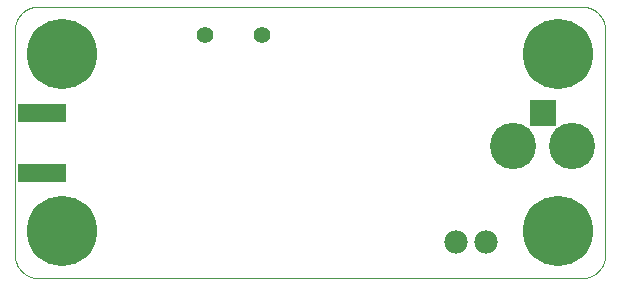
<source format=gbs>
G75*
%MOIN*%
%OFA0B0*%
%FSLAX25Y25*%
%IPPOS*%
%LPD*%
%AMOC8*
5,1,8,0,0,1.08239X$1,22.5*
%
%ADD10C,0.00000*%
%ADD11C,0.05600*%
%ADD12C,0.15424*%
%ADD13R,0.08668X0.08668*%
%ADD14R,0.16400X0.06400*%
%ADD15C,0.23400*%
%ADD16C,0.07800*%
D10*
X0010374Y0002500D02*
X0191476Y0002500D01*
X0191666Y0002502D01*
X0191856Y0002509D01*
X0192046Y0002521D01*
X0192236Y0002537D01*
X0192425Y0002557D01*
X0192614Y0002583D01*
X0192802Y0002612D01*
X0192989Y0002647D01*
X0193175Y0002686D01*
X0193360Y0002729D01*
X0193545Y0002777D01*
X0193728Y0002829D01*
X0193909Y0002885D01*
X0194089Y0002946D01*
X0194268Y0003012D01*
X0194445Y0003081D01*
X0194621Y0003155D01*
X0194794Y0003233D01*
X0194966Y0003316D01*
X0195135Y0003402D01*
X0195303Y0003492D01*
X0195468Y0003587D01*
X0195631Y0003685D01*
X0195791Y0003788D01*
X0195949Y0003894D01*
X0196104Y0004004D01*
X0196257Y0004117D01*
X0196407Y0004235D01*
X0196553Y0004356D01*
X0196697Y0004480D01*
X0196838Y0004608D01*
X0196976Y0004739D01*
X0197111Y0004874D01*
X0197242Y0005012D01*
X0197370Y0005153D01*
X0197494Y0005297D01*
X0197615Y0005443D01*
X0197733Y0005593D01*
X0197846Y0005746D01*
X0197956Y0005901D01*
X0198062Y0006059D01*
X0198165Y0006219D01*
X0198263Y0006382D01*
X0198358Y0006547D01*
X0198448Y0006715D01*
X0198534Y0006884D01*
X0198617Y0007056D01*
X0198695Y0007229D01*
X0198769Y0007405D01*
X0198838Y0007582D01*
X0198904Y0007761D01*
X0198965Y0007941D01*
X0199021Y0008122D01*
X0199073Y0008305D01*
X0199121Y0008490D01*
X0199164Y0008675D01*
X0199203Y0008861D01*
X0199238Y0009048D01*
X0199267Y0009236D01*
X0199293Y0009425D01*
X0199313Y0009614D01*
X0199329Y0009804D01*
X0199341Y0009994D01*
X0199348Y0010184D01*
X0199350Y0010374D01*
X0199350Y0085177D01*
X0199348Y0085367D01*
X0199341Y0085557D01*
X0199329Y0085747D01*
X0199313Y0085937D01*
X0199293Y0086126D01*
X0199267Y0086315D01*
X0199238Y0086503D01*
X0199203Y0086690D01*
X0199164Y0086876D01*
X0199121Y0087061D01*
X0199073Y0087246D01*
X0199021Y0087429D01*
X0198965Y0087610D01*
X0198904Y0087790D01*
X0198838Y0087969D01*
X0198769Y0088146D01*
X0198695Y0088322D01*
X0198617Y0088495D01*
X0198534Y0088667D01*
X0198448Y0088836D01*
X0198358Y0089004D01*
X0198263Y0089169D01*
X0198165Y0089332D01*
X0198062Y0089492D01*
X0197956Y0089650D01*
X0197846Y0089805D01*
X0197733Y0089958D01*
X0197615Y0090108D01*
X0197494Y0090254D01*
X0197370Y0090398D01*
X0197242Y0090539D01*
X0197111Y0090677D01*
X0196976Y0090812D01*
X0196838Y0090943D01*
X0196697Y0091071D01*
X0196553Y0091195D01*
X0196407Y0091316D01*
X0196257Y0091434D01*
X0196104Y0091547D01*
X0195949Y0091657D01*
X0195791Y0091763D01*
X0195631Y0091866D01*
X0195468Y0091964D01*
X0195303Y0092059D01*
X0195135Y0092149D01*
X0194966Y0092235D01*
X0194794Y0092318D01*
X0194621Y0092396D01*
X0194445Y0092470D01*
X0194268Y0092539D01*
X0194089Y0092605D01*
X0193909Y0092666D01*
X0193728Y0092722D01*
X0193545Y0092774D01*
X0193360Y0092822D01*
X0193175Y0092865D01*
X0192989Y0092904D01*
X0192802Y0092939D01*
X0192614Y0092968D01*
X0192425Y0092994D01*
X0192236Y0093014D01*
X0192046Y0093030D01*
X0191856Y0093042D01*
X0191666Y0093049D01*
X0191476Y0093051D01*
X0010374Y0093051D01*
X0010184Y0093049D01*
X0009994Y0093042D01*
X0009804Y0093030D01*
X0009614Y0093014D01*
X0009425Y0092994D01*
X0009236Y0092968D01*
X0009048Y0092939D01*
X0008861Y0092904D01*
X0008675Y0092865D01*
X0008490Y0092822D01*
X0008305Y0092774D01*
X0008122Y0092722D01*
X0007941Y0092666D01*
X0007761Y0092605D01*
X0007582Y0092539D01*
X0007405Y0092470D01*
X0007229Y0092396D01*
X0007056Y0092318D01*
X0006884Y0092235D01*
X0006715Y0092149D01*
X0006547Y0092059D01*
X0006382Y0091964D01*
X0006219Y0091866D01*
X0006059Y0091763D01*
X0005901Y0091657D01*
X0005746Y0091547D01*
X0005593Y0091434D01*
X0005443Y0091316D01*
X0005297Y0091195D01*
X0005153Y0091071D01*
X0005012Y0090943D01*
X0004874Y0090812D01*
X0004739Y0090677D01*
X0004608Y0090539D01*
X0004480Y0090398D01*
X0004356Y0090254D01*
X0004235Y0090108D01*
X0004117Y0089958D01*
X0004004Y0089805D01*
X0003894Y0089650D01*
X0003788Y0089492D01*
X0003685Y0089332D01*
X0003587Y0089169D01*
X0003492Y0089004D01*
X0003402Y0088836D01*
X0003316Y0088667D01*
X0003233Y0088495D01*
X0003155Y0088322D01*
X0003081Y0088146D01*
X0003012Y0087969D01*
X0002946Y0087790D01*
X0002885Y0087610D01*
X0002829Y0087429D01*
X0002777Y0087246D01*
X0002729Y0087061D01*
X0002686Y0086876D01*
X0002647Y0086690D01*
X0002612Y0086503D01*
X0002583Y0086315D01*
X0002557Y0086126D01*
X0002537Y0085937D01*
X0002521Y0085747D01*
X0002509Y0085557D01*
X0002502Y0085367D01*
X0002500Y0085177D01*
X0002500Y0010374D01*
X0002502Y0010184D01*
X0002509Y0009994D01*
X0002521Y0009804D01*
X0002537Y0009614D01*
X0002557Y0009425D01*
X0002583Y0009236D01*
X0002612Y0009048D01*
X0002647Y0008861D01*
X0002686Y0008675D01*
X0002729Y0008490D01*
X0002777Y0008305D01*
X0002829Y0008122D01*
X0002885Y0007941D01*
X0002946Y0007761D01*
X0003012Y0007582D01*
X0003081Y0007405D01*
X0003155Y0007229D01*
X0003233Y0007056D01*
X0003316Y0006884D01*
X0003402Y0006715D01*
X0003492Y0006547D01*
X0003587Y0006382D01*
X0003685Y0006219D01*
X0003788Y0006059D01*
X0003894Y0005901D01*
X0004004Y0005746D01*
X0004117Y0005593D01*
X0004235Y0005443D01*
X0004356Y0005297D01*
X0004480Y0005153D01*
X0004608Y0005012D01*
X0004739Y0004874D01*
X0004874Y0004739D01*
X0005012Y0004608D01*
X0005153Y0004480D01*
X0005297Y0004356D01*
X0005443Y0004235D01*
X0005593Y0004117D01*
X0005746Y0004004D01*
X0005901Y0003894D01*
X0006059Y0003788D01*
X0006219Y0003685D01*
X0006382Y0003587D01*
X0006547Y0003492D01*
X0006715Y0003402D01*
X0006884Y0003316D01*
X0007056Y0003233D01*
X0007229Y0003155D01*
X0007405Y0003081D01*
X0007582Y0003012D01*
X0007761Y0002946D01*
X0007941Y0002885D01*
X0008122Y0002829D01*
X0008305Y0002777D01*
X0008490Y0002729D01*
X0008675Y0002686D01*
X0008861Y0002647D01*
X0009048Y0002612D01*
X0009236Y0002583D01*
X0009425Y0002557D01*
X0009614Y0002537D01*
X0009804Y0002521D01*
X0009994Y0002509D01*
X0010184Y0002502D01*
X0010374Y0002500D01*
D11*
X0066000Y0083500D03*
X0085000Y0083500D03*
D12*
X0168657Y0046500D03*
X0188343Y0046500D03*
D13*
X0178500Y0057524D03*
D14*
X0011500Y0057500D03*
X0011500Y0037500D03*
D15*
X0018248Y0018248D03*
X0018248Y0077303D03*
X0183602Y0077303D03*
X0183602Y0018248D03*
D16*
X0159500Y0014500D03*
X0149500Y0014500D03*
M02*

</source>
